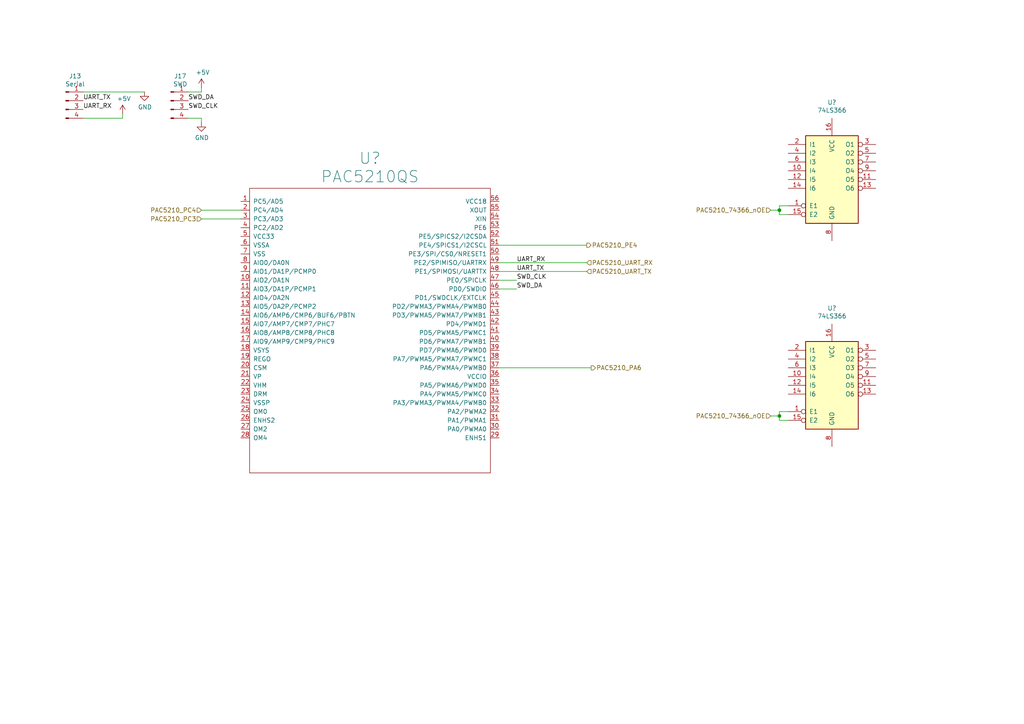
<source format=kicad_sch>
(kicad_sch (version 20211123) (generator eeschema)
  (paper "A4")
  (title_block (title "Project Mowgli") (date "2022-05-22") (rev "1.0.1") (comment 1 "(c) CyberNet / cn@warp.at") (comment 2 "https://github.com/cloudn1ne/Mowgli"))
  (lib_symbols
    (symbol "74xx:74LS366" (pin_names (offset 1.016))
      (property "Reference" "U" (at -7.62 13.97 0))
      (property "Value" "74LS366" (at -7.62 -13.97 0))
      (symbol "74LS366_1_0"
        (pin input inverted (at -12.7 -7.62 0) (length 5.08) (name "E1") (number "1"))
        (pin input line (at -12.7 2.54 0) (length 5.08) (name "I4") (number "10"))
        (pin tri_state inverted (at 12.7 0 180) (length 5.08) (name "O5") (number "11"))
        (pin input line (at -12.7 0 0) (length 5.08) (name "I5") (number "12"))
        (pin tri_state inverted (at 12.7 -2.54 180) (length 5.08) (name "O6") (number "13"))
        (pin input line (at -12.7 -2.54 0) (length 5.08) (name "I6") (number "14"))
        (pin input inverted (at -12.7 -10.16 0) (length 5.08) (name "E2") (number "15"))
        (pin power_in line (at 0 17.78 270) (length 5.08) (name "VCC") (number "16"))
        (pin input line (at -12.7 10.16 0) (length 5.08) (name "I1") (number "2"))
        (pin tri_state inverted (at 12.7 10.16 180) (length 5.08) (name "O1") (number "3"))
        (pin input line (at -12.7 7.62 0) (length 5.08) (name "I2") (number "4"))
        (pin tri_state inverted (at 12.7 7.62 180) (length 5.08) (name "O2") (number "5"))
        (pin input line (at -12.7 5.08 0) (length 5.08) (name "I3") (number "6"))
        (pin tri_state inverted (at 12.7 5.08 180) (length 5.08) (name "O3") (number "7"))
        (pin power_in line (at 0 -17.78 90) (length 5.08) (name "GND") (number "8"))
        (pin tri_state inverted (at 12.7 2.54 180) (length 5.08) (name "O4") (number "9"))
      )
      (symbol "74LS366_1_1"
        (rectangle (start -7.62 12.7) (end 7.62 -12.7) (stroke (width 0.254)) (fill (type background)))
      )
    )
    (symbol "Connector:Conn_01x04_Male" (pin_names (offset 1.016) hide)
      (property "Reference" "J" (at 0 5.08 0))
      (property "Value" "Conn_01x04_Male" (at 0 -7.62 0))
      (symbol "Conn_01x04_Male_1_1"
        (polyline (pts (xy 1.27 -5.08) (xy 0.8636 -5.08)) (stroke (width 0.1524)))
        (polyline (pts (xy 1.27 -2.54) (xy 0.8636 -2.54)) (stroke (width 0.1524)))
        (polyline (pts (xy 1.27 0) (xy 0.8636 0)) (stroke (width 0.1524)))
        (polyline (pts (xy 1.27 2.54) (xy 0.8636 2.54)) (stroke (width 0.1524)))
        (rectangle (start 0.8636 -4.953) (end 0 -5.207) (stroke (width 0.1524)) (fill (type outline)))
        (rectangle (start 0.8636 -2.413) (end 0 -2.667) (stroke (width 0.1524)) (fill (type outline)))
        (rectangle (start 0.8636 0.127) (end 0 -0.127) (stroke (width 0.1524)) (fill (type outline)))
        (rectangle (start 0.8636 2.667) (end 0 2.413) (stroke (width 0.1524)) (fill (type outline)))
        (pin passive line (at 5.08 2.54 180) (length 3.81) (name "Pin_1") (number "1"))
        (pin passive line (at 5.08 0 180) (length 3.81) (name "Pin_2") (number "2"))
        (pin passive line (at 5.08 -2.54 180) (length 3.81) (name "Pin_3") (number "3"))
        (pin passive line (at 5.08 -5.08 180) (length 3.81) (name "Pin_4") (number "4"))
      )
    )
    (symbol "Kicad-PAC-Library:PAC5210QS" (pin_names (offset 1.016))
      (property "Reference" "U" (at -16.51 -39.37 0))
      (property "Value" "PAC5210QS" (at -3.81 -46.99 0))
      (symbol "PAC5210QS_0_1"
        (rectangle (start 31.75 27.94) (end -38.1 -54.61))
      )
      (symbol "PAC5210QS_1_1"
        (pin bidirectional line (at -40.64 24.13 0) (length 2.54) (name "PC5/AD5") (number "1"))
        (pin bidirectional line (at -40.64 1.27 0) (length 2.54) (name "AIO2/DA1N") (number "10"))
        (pin bidirectional line (at -40.64 -1.27 0) (length 2.54) (name "AIO3/DA1P/PCMP1") (number "11"))
        (pin bidirectional line (at -40.64 -3.81 0) (length 2.54) (name "AIO4/DA2N") (number "12"))
        (pin bidirectional line (at -40.64 -6.35 0) (length 2.54) (name "AIO5/DA2P/PCMP2") (number "13"))
        (pin bidirectional line (at -40.64 -8.89 0) (length 2.54) (name "AIO6/AMP6/CMP6/BUF6/PBTN") (number "14"))
        (pin bidirectional line (at -40.64 -11.43 0) (length 2.54) (name "AIO7/AMP7/CMP7/PHC7") (number "15"))
        (pin bidirectional line (at -40.64 -13.97 0) (length 2.54) (name "AIO8/AMP8/CMP8/PHC8") (number "16"))
        (pin bidirectional line (at -40.64 -16.51 0) (length 2.54) (name "AIO9/AMP9/CMP9/PHC9") (number "17"))
        (pin power_in line (at -40.64 -19.05 0) (length 2.54) (name "VSYS") (number "18"))
        (pin bidirectional line (at -40.64 -21.59 0) (length 2.54) (name "REGO") (number "19"))
        (pin bidirectional line (at -40.64 21.59 0) (length 2.54) (name "PC4/AD4") (number "2"))
        (pin bidirectional line (at -40.64 -24.13 0) (length 2.54) (name "CSM") (number "20"))
        (pin bidirectional line (at -40.64 -26.67 0) (length 2.54) (name "VP") (number "21"))
        (pin bidirectional line (at -40.64 -29.21 0) (length 2.54) (name "VHM") (number "22"))
        (pin bidirectional line (at -40.64 -31.75 0) (length 2.54) (name "DRM") (number "23"))
        (pin bidirectional line (at -40.64 -34.29 0) (length 2.54) (name "VSSP") (number "24"))
        (pin bidirectional line (at -40.64 -36.83 0) (length 2.54) (name "OM0") (number "25"))
        (pin bidirectional line (at -40.64 -39.37 0) (length 2.54) (name "ENHS2") (number "26"))
        (pin bidirectional line (at -40.64 -41.91 0) (length 2.54) (name "OM2") (number "27"))
        (pin bidirectional line (at -40.64 -44.45 0) (length 2.54) (name "OM4") (number "28"))
        (pin bidirectional line (at 34.29 -44.45 180) (length 2.54) (name "ENHS1") (number "29"))
        (pin bidirectional line (at -40.64 19.05 0) (length 2.54) (name "PC3/AD3") (number "3"))
        (pin bidirectional line (at 34.29 -41.91 180) (length 2.54) (name "PA0/PWMA0") (number "30"))
        (pin bidirectional line (at 34.29 -39.37 180) (length 2.54) (name "PA1/PWMA1") (number "31"))
        (pin bidirectional line (at 34.29 -36.83 180) (length 2.54) (name "PA2/PWMA2") (number "32"))
        (pin bidirectional line (at 34.29 -34.29 180) (length 2.54) (name "PA3/PWMA3/PWMA4/PWMB0") (number "33"))
        (pin bidirectional line (at 34.29 -31.75 180) (length 2.54) (name "PA4/PWMA5/PWMC0") (number "34"))
        (pin bidirectional line (at 34.29 -29.21 180) (length 2.54) (name "PA5/PWMA6/PWMD0") (number "35"))
        (pin power_in line (at 34.29 -26.67 180) (length 2.54) (name "VCCIO") (number "36"))
        (pin bidirectional line (at 34.29 -24.13 180) (length 2.54) (name "PA6/PWMA4/PWMB0") (number "37"))
        (pin bidirectional line (at 34.29 -21.59 180) (length 2.54) (name "PA7/PWMA5/PWMA7/PWMC1") (number "38"))
        (pin bidirectional line (at 34.29 -19.05 180) (length 2.54) (name "PD7/PWMA6/PWMD0") (number "39"))
        (pin bidirectional line (at -40.64 16.51 0) (length 2.54) (name "PC2/AD2") (number "4"))
        (pin bidirectional line (at 34.29 -16.51 180) (length 2.54) (name "PD6/PWMA7/PWMB1") (number "40"))
        (pin bidirectional line (at 34.29 -13.97 180) (length 2.54) (name "PD5/PWMA5/PWMC1") (number "41"))
        (pin bidirectional line (at 34.29 -11.43 180) (length 2.54) (name "PD4/PWMD1") (number "42"))
        (pin bidirectional line (at 34.29 -8.89 180) (length 2.54) (name "PD3/PWMA5/PWMA7/PWMB1") (number "43"))
        (pin bidirectional line (at 34.29 -6.35 180) (length 2.54) (name "PD2/PWMA3/PWMA4/PWMB0") (number "44"))
        (pin bidirectional line (at 34.29 -3.81 180) (length 2.54) (name "PD1/SWDCLK/EXTCLK") (number "45"))
        (pin bidirectional line (at 34.29 -1.27 180) (length 2.54) (name "PD0/SWDIO") (number "46"))
        (pin bidirectional line (at 34.29 1.27 180) (length 2.54) (name "PE0/SPICLK") (number "47"))
        (pin bidirectional line (at 34.29 3.81 180) (length 2.54) (name "PE1/SPIMOSI/UARTTX") (number "48"))
        (pin bidirectional line (at 34.29 6.35 180) (length 2.54) (name "PE2/SPIMISO/UARTRX") (number "49"))
        (pin power_in line (at -40.64 13.97 0) (length 2.54) (name "VCC33") (number "5"))
        (pin bidirectional line (at 34.29 8.89 180) (length 2.54) (name "PE3/SPI/CS0/NRESET1") (number "50"))
        (pin bidirectional line (at 34.29 11.43 180) (length 2.54) (name "PE4/SPICS1/I2CSCL") (number "51"))
        (pin bidirectional line (at 34.29 13.97 180) (length 2.54) (name "PE5/SPICS2/I2CSDA") (number "52"))
        (pin bidirectional line (at 34.29 16.51 180) (length 2.54) (name "PE6") (number "53"))
        (pin bidirectional line (at 34.29 19.05 180) (length 2.54) (name "XIN") (number "54"))
        (pin bidirectional line (at 34.29 21.59 180) (length 2.54) (name "XOUT") (number "55"))
        (pin power_in line (at 34.29 24.13 180) (length 2.54) (name "VCC18") (number "56"))
        (pin bidirectional line (at -40.64 11.43 0) (length 2.54) (name "VSSA") (number "6"))
        (pin bidirectional line (at -40.64 8.89 0) (length 2.54) (name "VSS") (number "7"))
        (pin bidirectional line (at -40.64 6.35 0) (length 2.54) (name "AIO0/DA0N") (number "8"))
        (pin bidirectional line (at -40.64 3.81 0) (length 2.54) (name "AIO1/DA1P/PCMP0") (number "9"))
      )
    )
    (symbol "power:+5V" (power) (pin_names (offset 0))
      (property "Value" "+5V" (at 0 3.556 0))
      (symbol "+5V_0_1"
        (polyline (pts (xy -0.762 1.27) (xy 0 2.54)))
        (polyline (pts (xy 0 0) (xy 0 2.54)))
        (polyline (pts (xy 0 2.54) (xy 0.762 1.27)))
      )
      (symbol "+5V_1_1"
        (pin power_in line (at 0 0 90) (length 0) hide (name "+5V") (number "1"))
      )
    )
    (symbol "power:GND" (power) (pin_names (offset 0))
      (property "Value" "GND" (at 0 -3.81 0))
      (symbol "GND_0_1"
        (polyline (pts (xy 0 0) (xy 0 -1.27) (xy 1.27 -1.27) (xy 0 -2.54) (xy -1.27 -1.27) (xy 0 -1.27)))
      )
      (symbol "GND_1_1"
        (pin power_in line (at 0 0 270) (length 0) hide (name "GND") (number "1"))
      )
    )
  )
  (junction (at 226.06 60.96))
  (junction (at 226.06 120.65))
  (wire (pts (xy 58.42 25.4) (xy 58.42 26.67)))
  (wire (pts (xy 171.45 106.68) (xy 144.78 106.68)))
  (wire (pts (xy 228.6 119.38) (xy 226.06 119.38)))
  (wire (pts (xy 149.86 81.28) (xy 144.78 81.28)))
  (wire (pts (xy 41.91 26.67) (xy 24.13 26.67)))
  (wire (pts (xy 170.18 71.12) (xy 144.78 71.12)))
  (wire (pts (xy 35.56 33.02) (xy 35.56 34.29)))
  (wire (pts (xy 58.42 26.67) (xy 54.61 26.67)))
  (wire (pts (xy 226.06 120.65) (xy 226.06 121.92)))
  (wire (pts (xy 24.13 34.29) (xy 35.56 34.29)))
  (wire (pts (xy 144.78 76.2) (xy 170.18 76.2)))
  (wire (pts (xy 228.6 59.69) (xy 226.06 59.69)))
  (wire (pts (xy 226.06 62.23) (xy 228.6 62.23)))
  (wire (pts (xy 226.06 60.96) (xy 223.52 60.96)))
  (wire (pts (xy 58.42 34.29) (xy 54.61 34.29)))
  (wire (pts (xy 58.42 35.56) (xy 58.42 34.29)))
  (wire (pts (xy 149.86 83.82) (xy 144.78 83.82)))
  (wire (pts (xy 226.06 59.69) (xy 226.06 60.96)))
  (wire (pts (xy 226.06 60.96) (xy 226.06 62.23)))
  (wire (pts (xy 69.85 60.96) (xy 58.42 60.96)))
  (wire (pts (xy 144.78 78.74) (xy 170.18 78.74)))
  (wire (pts (xy 69.85 63.5) (xy 58.42 63.5)))
  (wire (pts (xy 226.06 121.92) (xy 228.6 121.92)))
  (wire (pts (xy 226.06 119.38) (xy 226.06 120.65)))
  (wire (pts (xy 226.06 120.65) (xy 223.52 120.65)))
  (label "UART_TX" (at 24.13 29.21 0))
  (label "SWD_DA" (at 149.86 83.82 0))
  (label "SWD_CLK" (at 149.86 81.28 0))
  (label "SWD_DA" (at 54.61 29.21 0))
  (label "SWD_CLK" (at 54.61 31.75 0))
  (label "UART_RX" (at 149.86 76.2 0))
  (label "UART_RX" (at 24.13 31.75 0))
  (label "UART_TX" (at 149.86 78.74 0))
  (hierarchical_label "PAC5210_UART_TX" (shape input) (at 170.18 78.74 0))
  (hierarchical_label "PAC5210_PE4" (shape output) (at 170.18 71.12 0))
  (hierarchical_label "PAC5210_PC4" (shape input) (at 58.42 60.96 180))
  (hierarchical_label "PAC5210_74366_nOE" (shape input) (at 223.52 120.65 180))
  (hierarchical_label "PAC5210_PA6" (shape output) (at 171.45 106.68 0))
  (hierarchical_label "PAC5210_PC3" (shape input) (at 58.42 63.5 180))
  (hierarchical_label "PAC5210_74366_nOE" (shape input) (at 223.52 60.96 180))
  (hierarchical_label "PAC5210_UART_RX" (shape input) (at 170.18 76.2 0))
  (symbol (lib_id "Kicad-PAC-Library:PAC5210QS") (at 110.49 82.55 0) (unit 1)
    (property "Reference" "U?" (at 107.315 45.8978 0) (effects (font (size 3.2766 3.2766))))
    (property "Value" "PAC5210QS" (at 107.315 51.2318 0) (effects (font (size 3.2766 3.2766))))
  )
  (symbol (lib_id "Connector:Conn_01x04_Male") (at 19.05 29.21 0) (unit 1)
    (property "Reference" "J13" (at 21.7932 22.0726 0))
    (property "Value" "Serial" (at 21.7932 24.384 0))
  )
  (symbol (lib_id "power:+5V") (at 35.56 33.02 0) (unit 1)
    (property "Reference" "#PWR0105" (effects hide))
    (property "Value" "+5V" (at 35.941 28.6258 0))
  )
  (symbol (lib_id "power:GND") (at 41.91 26.67 0) (unit 1)
    (property "Reference" "#PWR0106" (effects hide))
    (property "Value" "GND" (at 42.037 31.0642 0))
  )
  (symbol (lib_id "Connector:Conn_01x04_Male") (at 49.53 29.21 0) (unit 1)
    (property "Reference" "J17" (at 52.2732 22.0726 0))
    (property "Value" "SWD" (at 52.2732 24.384 0))
  )
  (symbol (lib_id "power:GND") (at 58.42 35.56 0) (unit 1)
    (property "Reference" "#PWR0107" (effects hide))
    (property "Value" "GND" (at 58.547 39.9542 0))
  )
  (symbol (lib_id "power:+5V") (at 58.42 25.4 0) (unit 1)
    (property "Reference" "#PWR0108" (effects hide))
    (property "Value" "+5V" (at 58.801 21.0058 0))
  )
  (symbol (lib_id "74xx:74LS366") (at 241.3 52.07 0) (unit 1)
    (property "Reference" "U?" (at 241.3 29.6926 0))
    (property "Value" "74LS366" (at 241.3 32.004 0))
    (property "Datasheet" "http://www.ti.com/lit/gpn/sn74LS366" (effects hide))
  )
  (symbol (lib_id "74xx:74LS366") (at 241.3 111.76 0) (unit 1)
    (property "Reference" "U?" (at 241.3 89.3826 0))
    (property "Value" "74LS366" (at 241.3 91.694 0))
    (property "Datasheet" "http://www.ti.com/lit/gpn/sn74LS366" (effects hide))
  )
)
</source>
